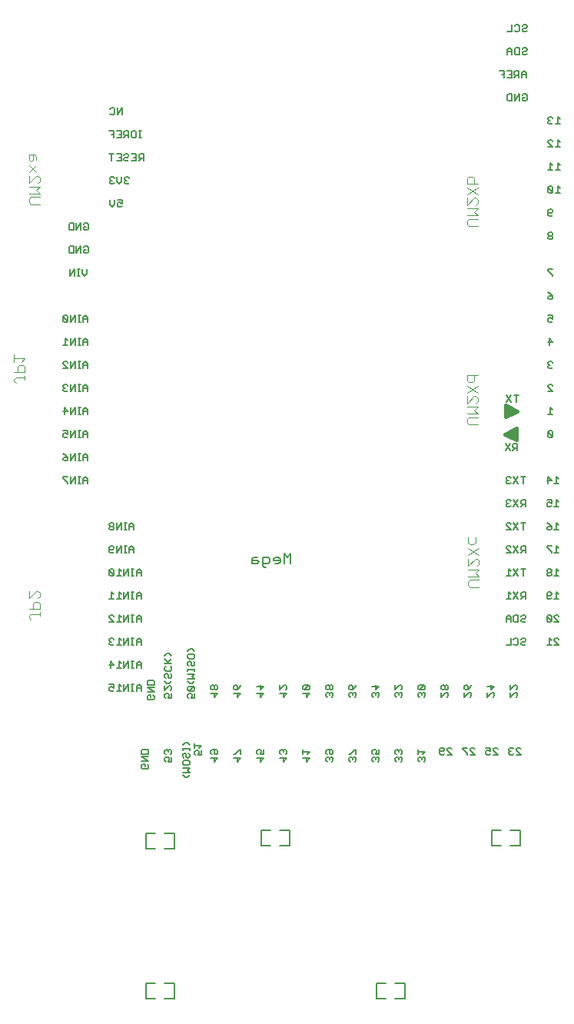
<source format=gbo>
G75*
%MOIN*%
%OFA0B0*%
%FSLAX25Y25*%
%IPPOS*%
%LPD*%
%AMOC8*
5,1,8,0,0,1.08239X$1,22.5*
%
%ADD10C,0.00600*%
%ADD11C,0.00400*%
%ADD12C,0.00500*%
%ADD13C,0.01600*%
%ADD14C,0.00630*%
D10*
X0147452Y0208300D02*
X0149654Y0208300D01*
X0150388Y0209034D01*
X0149654Y0209768D01*
X0147452Y0209768D01*
X0147452Y0210502D02*
X0147452Y0208300D01*
X0147452Y0210502D02*
X0148186Y0211236D01*
X0149654Y0211236D01*
X0152056Y0211236D02*
X0154258Y0211236D01*
X0154992Y0210502D01*
X0154992Y0209034D01*
X0154258Y0208300D01*
X0152056Y0208300D01*
X0152056Y0207566D02*
X0152056Y0211236D01*
X0152056Y0207566D02*
X0152790Y0206832D01*
X0153524Y0206832D01*
X0157394Y0208300D02*
X0158862Y0208300D01*
X0159596Y0209034D01*
X0159596Y0210502D01*
X0158862Y0211236D01*
X0157394Y0211236D01*
X0156660Y0210502D01*
X0156660Y0209768D01*
X0159596Y0209768D01*
X0161264Y0208300D02*
X0161264Y0212704D01*
X0162732Y0211236D01*
X0164200Y0212704D01*
X0164200Y0208300D01*
D11*
X0241200Y0207408D02*
X0244269Y0210477D01*
X0245037Y0210477D01*
X0245804Y0209710D01*
X0245804Y0208175D01*
X0245037Y0207408D01*
X0245804Y0205873D02*
X0241200Y0205873D01*
X0241200Y0207408D02*
X0241200Y0210477D01*
X0241200Y0212012D02*
X0245804Y0215081D01*
X0244269Y0217383D02*
X0243502Y0216616D01*
X0241967Y0216616D01*
X0241200Y0217383D01*
X0241200Y0219685D01*
X0244269Y0219685D02*
X0244269Y0217383D01*
X0241200Y0215081D02*
X0245804Y0212012D01*
X0245804Y0205873D02*
X0244269Y0204339D01*
X0245804Y0202804D01*
X0241200Y0202804D01*
X0241967Y0201269D02*
X0245804Y0201269D01*
X0245804Y0198200D02*
X0241967Y0198200D01*
X0241200Y0198967D01*
X0241200Y0200502D01*
X0241967Y0201269D01*
X0241467Y0268700D02*
X0240700Y0269467D01*
X0240700Y0271002D01*
X0241467Y0271769D01*
X0245304Y0271769D01*
X0245304Y0273304D02*
X0243769Y0274839D01*
X0245304Y0276373D01*
X0240700Y0276373D01*
X0240700Y0277908D02*
X0243769Y0280977D01*
X0244537Y0280977D01*
X0245304Y0280210D01*
X0245304Y0278675D01*
X0244537Y0277908D01*
X0240700Y0277908D02*
X0240700Y0280977D01*
X0240700Y0282512D02*
X0245304Y0285581D01*
X0243769Y0287883D02*
X0243769Y0290185D01*
X0245304Y0290185D02*
X0240700Y0290185D01*
X0240700Y0287883D01*
X0241467Y0287116D01*
X0243002Y0287116D01*
X0243769Y0287883D01*
X0240700Y0285581D02*
X0245304Y0282512D01*
X0245304Y0273304D02*
X0240700Y0273304D01*
X0241467Y0268700D02*
X0245304Y0268700D01*
X0245304Y0354700D02*
X0241467Y0354700D01*
X0240700Y0355467D01*
X0240700Y0357002D01*
X0241467Y0357769D01*
X0245304Y0357769D01*
X0245304Y0359304D02*
X0243769Y0360839D01*
X0245304Y0362373D01*
X0240700Y0362373D01*
X0240700Y0363908D02*
X0243769Y0366977D01*
X0244537Y0366977D01*
X0245304Y0366210D01*
X0245304Y0364675D01*
X0244537Y0363908D01*
X0240700Y0363908D02*
X0240700Y0366977D01*
X0240700Y0368512D02*
X0245304Y0371581D01*
X0245304Y0373116D02*
X0240700Y0373116D01*
X0240700Y0375418D01*
X0241467Y0376185D01*
X0243002Y0376185D01*
X0243769Y0375418D01*
X0243769Y0373116D01*
X0240700Y0371581D02*
X0245304Y0368512D01*
X0245304Y0359304D02*
X0240700Y0359304D01*
X0055304Y0364200D02*
X0051467Y0364200D01*
X0050700Y0364967D01*
X0050700Y0366502D01*
X0051467Y0367269D01*
X0055304Y0367269D01*
X0055304Y0368804D02*
X0053769Y0370339D01*
X0055304Y0371873D01*
X0050700Y0371873D01*
X0050700Y0373408D02*
X0053769Y0376477D01*
X0054537Y0376477D01*
X0055304Y0375710D01*
X0055304Y0374175D01*
X0054537Y0373408D01*
X0050700Y0373408D02*
X0050700Y0376477D01*
X0050700Y0378012D02*
X0053769Y0381081D01*
X0053769Y0383383D02*
X0053769Y0384918D01*
X0053002Y0385685D01*
X0050700Y0385685D01*
X0050700Y0383383D01*
X0051467Y0382616D01*
X0052235Y0383383D01*
X0052235Y0385685D01*
X0050700Y0381081D02*
X0053769Y0378012D01*
X0055304Y0368804D02*
X0050700Y0368804D01*
X0044200Y0298977D02*
X0044200Y0295908D01*
X0044200Y0297442D02*
X0048804Y0297442D01*
X0047269Y0295908D01*
X0046502Y0294373D02*
X0045735Y0293606D01*
X0045735Y0291304D01*
X0044200Y0291304D02*
X0048804Y0291304D01*
X0048804Y0293606D01*
X0048037Y0294373D01*
X0046502Y0294373D01*
X0048804Y0289769D02*
X0048804Y0288235D01*
X0048804Y0289002D02*
X0044967Y0289002D01*
X0044200Y0288235D01*
X0044200Y0287467D01*
X0044967Y0286700D01*
X0050700Y0196477D02*
X0050700Y0193408D01*
X0053769Y0196477D01*
X0054537Y0196477D01*
X0055304Y0195710D01*
X0055304Y0194175D01*
X0054537Y0193408D01*
X0054537Y0191873D02*
X0053002Y0191873D01*
X0052235Y0191106D01*
X0052235Y0188804D01*
X0050700Y0188804D02*
X0055304Y0188804D01*
X0055304Y0191106D01*
X0054537Y0191873D01*
X0055304Y0187269D02*
X0055304Y0185735D01*
X0055304Y0186502D02*
X0051467Y0186502D01*
X0050700Y0185735D01*
X0050700Y0184967D01*
X0051467Y0184200D01*
D12*
X0085451Y0185002D02*
X0087453Y0183000D01*
X0085451Y0183000D01*
X0085451Y0185002D02*
X0085451Y0185502D01*
X0085952Y0186003D01*
X0086953Y0186003D01*
X0087453Y0185502D01*
X0089675Y0186003D02*
X0089675Y0183000D01*
X0090676Y0183000D02*
X0088674Y0183000D01*
X0090676Y0185002D02*
X0089675Y0186003D01*
X0091897Y0186003D02*
X0091897Y0183000D01*
X0093899Y0186003D01*
X0093899Y0183000D01*
X0095046Y0183000D02*
X0096047Y0183000D01*
X0095547Y0183000D02*
X0095547Y0186003D01*
X0096047Y0186003D02*
X0095046Y0186003D01*
X0097268Y0185002D02*
X0097268Y0183000D01*
X0097268Y0184501D02*
X0099270Y0184501D01*
X0099270Y0185002D02*
X0099270Y0183000D01*
X0099270Y0185002D02*
X0098269Y0186003D01*
X0097268Y0185002D01*
X0097268Y0193000D02*
X0097268Y0195002D01*
X0098269Y0196003D01*
X0099270Y0195002D01*
X0099270Y0193000D01*
X0099270Y0194501D02*
X0097268Y0194501D01*
X0096047Y0193000D02*
X0095046Y0193000D01*
X0095547Y0193000D02*
X0095547Y0196003D01*
X0096047Y0196003D02*
X0095046Y0196003D01*
X0093899Y0196003D02*
X0091897Y0193000D01*
X0091897Y0196003D01*
X0090676Y0195002D02*
X0089675Y0196003D01*
X0089675Y0193000D01*
X0090676Y0193000D02*
X0088674Y0193000D01*
X0087453Y0193000D02*
X0085451Y0193000D01*
X0086452Y0193000D02*
X0086452Y0196003D01*
X0087453Y0195002D01*
X0093899Y0196003D02*
X0093899Y0193000D01*
X0093899Y0203000D02*
X0093899Y0206003D01*
X0091897Y0203000D01*
X0091897Y0206003D01*
X0090676Y0205002D02*
X0089675Y0206003D01*
X0089675Y0203000D01*
X0090676Y0203000D02*
X0088674Y0203000D01*
X0087453Y0203500D02*
X0086953Y0203000D01*
X0085952Y0203000D01*
X0085451Y0203500D01*
X0085451Y0205502D01*
X0087453Y0203500D01*
X0087453Y0205502D01*
X0086953Y0206003D01*
X0085952Y0206003D01*
X0085451Y0205502D01*
X0086063Y0213000D02*
X0085563Y0213500D01*
X0085563Y0215502D01*
X0086063Y0216003D01*
X0087064Y0216003D01*
X0087564Y0215502D01*
X0087564Y0215002D01*
X0087064Y0214501D01*
X0085563Y0214501D01*
X0086063Y0213000D02*
X0087064Y0213000D01*
X0087564Y0213500D01*
X0088785Y0213000D02*
X0088785Y0216003D01*
X0090787Y0216003D02*
X0088785Y0213000D01*
X0090787Y0213000D02*
X0090787Y0216003D01*
X0091935Y0216003D02*
X0092936Y0216003D01*
X0092435Y0216003D02*
X0092435Y0213000D01*
X0091935Y0213000D02*
X0092936Y0213000D01*
X0094157Y0213000D02*
X0094157Y0215002D01*
X0095158Y0216003D01*
X0096158Y0215002D01*
X0096158Y0213000D01*
X0096158Y0214501D02*
X0094157Y0214501D01*
X0095046Y0206003D02*
X0096047Y0206003D01*
X0095547Y0206003D02*
X0095547Y0203000D01*
X0096047Y0203000D02*
X0095046Y0203000D01*
X0097268Y0203000D02*
X0097268Y0205002D01*
X0098269Y0206003D01*
X0099270Y0205002D01*
X0099270Y0203000D01*
X0099270Y0204501D02*
X0097268Y0204501D01*
X0096158Y0223000D02*
X0096158Y0225002D01*
X0095158Y0226003D01*
X0094157Y0225002D01*
X0094157Y0223000D01*
X0092936Y0223000D02*
X0091935Y0223000D01*
X0092435Y0223000D02*
X0092435Y0226003D01*
X0091935Y0226003D02*
X0092936Y0226003D01*
X0094157Y0224501D02*
X0096158Y0224501D01*
X0090787Y0223000D02*
X0090787Y0226003D01*
X0088785Y0223000D01*
X0088785Y0226003D01*
X0087564Y0225502D02*
X0087564Y0225002D01*
X0087064Y0224501D01*
X0086063Y0224501D01*
X0085563Y0224001D01*
X0085563Y0223500D01*
X0086063Y0223000D01*
X0087064Y0223000D01*
X0087564Y0223500D01*
X0087564Y0224001D01*
X0087064Y0224501D01*
X0086063Y0224501D02*
X0085563Y0225002D01*
X0085563Y0225502D01*
X0086063Y0226003D01*
X0087064Y0226003D01*
X0087564Y0225502D01*
X0076158Y0243000D02*
X0076158Y0245002D01*
X0075158Y0246003D01*
X0074157Y0245002D01*
X0074157Y0243000D01*
X0072936Y0243000D02*
X0071935Y0243000D01*
X0072435Y0243000D02*
X0072435Y0246003D01*
X0071935Y0246003D02*
X0072936Y0246003D01*
X0074157Y0244501D02*
X0076158Y0244501D01*
X0070787Y0243000D02*
X0070787Y0246003D01*
X0068785Y0243000D01*
X0068785Y0246003D01*
X0067564Y0246003D02*
X0065563Y0246003D01*
X0065563Y0245502D01*
X0067564Y0243500D01*
X0067564Y0243000D01*
X0067064Y0253000D02*
X0066063Y0253000D01*
X0065563Y0253500D01*
X0065563Y0254001D01*
X0066063Y0254501D01*
X0067564Y0254501D01*
X0067564Y0253500D01*
X0067064Y0253000D01*
X0067564Y0254501D02*
X0066564Y0255502D01*
X0065563Y0256003D01*
X0068785Y0256003D02*
X0068785Y0253000D01*
X0070787Y0256003D01*
X0070787Y0253000D01*
X0071935Y0253000D02*
X0072936Y0253000D01*
X0072435Y0253000D02*
X0072435Y0256003D01*
X0071935Y0256003D02*
X0072936Y0256003D01*
X0074157Y0255002D02*
X0074157Y0253000D01*
X0074157Y0254501D02*
X0076158Y0254501D01*
X0076158Y0255002D02*
X0075158Y0256003D01*
X0074157Y0255002D01*
X0076158Y0255002D02*
X0076158Y0253000D01*
X0076158Y0263000D02*
X0076158Y0265002D01*
X0075158Y0266003D01*
X0074157Y0265002D01*
X0074157Y0263000D01*
X0072936Y0263000D02*
X0071935Y0263000D01*
X0072435Y0263000D02*
X0072435Y0266003D01*
X0071935Y0266003D02*
X0072936Y0266003D01*
X0074157Y0264501D02*
X0076158Y0264501D01*
X0070787Y0263000D02*
X0070787Y0266003D01*
X0068785Y0263000D01*
X0068785Y0266003D01*
X0067564Y0266003D02*
X0067564Y0264501D01*
X0066564Y0265002D01*
X0066063Y0265002D01*
X0065563Y0264501D01*
X0065563Y0263500D01*
X0066063Y0263000D01*
X0067064Y0263000D01*
X0067564Y0263500D01*
X0067564Y0266003D02*
X0065563Y0266003D01*
X0066063Y0273000D02*
X0066063Y0276003D01*
X0067564Y0274501D01*
X0065563Y0274501D01*
X0068785Y0273000D02*
X0068785Y0276003D01*
X0070787Y0276003D02*
X0068785Y0273000D01*
X0070787Y0273000D02*
X0070787Y0276003D01*
X0071935Y0276003D02*
X0072936Y0276003D01*
X0072435Y0276003D02*
X0072435Y0273000D01*
X0071935Y0273000D02*
X0072936Y0273000D01*
X0074157Y0273000D02*
X0074157Y0275002D01*
X0075158Y0276003D01*
X0076158Y0275002D01*
X0076158Y0273000D01*
X0076158Y0274501D02*
X0074157Y0274501D01*
X0074157Y0283000D02*
X0074157Y0285002D01*
X0075158Y0286003D01*
X0076158Y0285002D01*
X0076158Y0283000D01*
X0076158Y0284501D02*
X0074157Y0284501D01*
X0072936Y0283000D02*
X0071935Y0283000D01*
X0072435Y0283000D02*
X0072435Y0286003D01*
X0071935Y0286003D02*
X0072936Y0286003D01*
X0070787Y0286003D02*
X0068785Y0283000D01*
X0068785Y0286003D01*
X0067564Y0285502D02*
X0067064Y0286003D01*
X0066063Y0286003D01*
X0065563Y0285502D01*
X0065563Y0285002D01*
X0066063Y0284501D01*
X0065563Y0284001D01*
X0065563Y0283500D01*
X0066063Y0283000D01*
X0067064Y0283000D01*
X0067564Y0283500D01*
X0066564Y0284501D02*
X0066063Y0284501D01*
X0070787Y0283000D02*
X0070787Y0286003D01*
X0070787Y0293000D02*
X0070787Y0296003D01*
X0068785Y0293000D01*
X0068785Y0296003D01*
X0067564Y0295502D02*
X0067064Y0296003D01*
X0066063Y0296003D01*
X0065563Y0295502D01*
X0065563Y0295002D01*
X0067564Y0293000D01*
X0065563Y0293000D01*
X0071935Y0293000D02*
X0072936Y0293000D01*
X0072435Y0293000D02*
X0072435Y0296003D01*
X0071935Y0296003D02*
X0072936Y0296003D01*
X0074157Y0295002D02*
X0074157Y0293000D01*
X0074157Y0294501D02*
X0076158Y0294501D01*
X0076158Y0295002D02*
X0075158Y0296003D01*
X0074157Y0295002D01*
X0076158Y0295002D02*
X0076158Y0293000D01*
X0076158Y0303000D02*
X0076158Y0305002D01*
X0075158Y0306003D01*
X0074157Y0305002D01*
X0074157Y0303000D01*
X0072936Y0303000D02*
X0071935Y0303000D01*
X0072435Y0303000D02*
X0072435Y0306003D01*
X0071935Y0306003D02*
X0072936Y0306003D01*
X0074157Y0304501D02*
X0076158Y0304501D01*
X0070787Y0303000D02*
X0070787Y0306003D01*
X0068785Y0303000D01*
X0068785Y0306003D01*
X0067564Y0305002D02*
X0066564Y0306003D01*
X0066564Y0303000D01*
X0067564Y0303000D02*
X0065563Y0303000D01*
X0066063Y0313000D02*
X0067064Y0313000D01*
X0067564Y0313500D01*
X0065563Y0315502D01*
X0065563Y0313500D01*
X0066063Y0313000D01*
X0067564Y0313500D02*
X0067564Y0315502D01*
X0067064Y0316003D01*
X0066063Y0316003D01*
X0065563Y0315502D01*
X0068785Y0316003D02*
X0068785Y0313000D01*
X0070787Y0316003D01*
X0070787Y0313000D01*
X0071935Y0313000D02*
X0072936Y0313000D01*
X0072435Y0313000D02*
X0072435Y0316003D01*
X0071935Y0316003D02*
X0072936Y0316003D01*
X0074157Y0315002D02*
X0074157Y0313000D01*
X0074157Y0314501D02*
X0076158Y0314501D01*
X0076158Y0315002D02*
X0075158Y0316003D01*
X0074157Y0315002D01*
X0076158Y0315002D02*
X0076158Y0313000D01*
X0074846Y0333000D02*
X0073845Y0334001D01*
X0073845Y0336003D01*
X0072624Y0336003D02*
X0071623Y0336003D01*
X0072124Y0336003D02*
X0072124Y0333000D01*
X0072624Y0333000D02*
X0071623Y0333000D01*
X0070476Y0333000D02*
X0070476Y0336003D01*
X0068474Y0333000D01*
X0068474Y0336003D01*
X0068437Y0343000D02*
X0067937Y0343500D01*
X0067937Y0345502D01*
X0068437Y0346003D01*
X0069939Y0346003D01*
X0069939Y0343000D01*
X0068437Y0343000D01*
X0071160Y0343000D02*
X0071160Y0346003D01*
X0073161Y0346003D02*
X0071160Y0343000D01*
X0073161Y0343000D02*
X0073161Y0346003D01*
X0074382Y0345502D02*
X0074883Y0346003D01*
X0075884Y0346003D01*
X0076384Y0345502D01*
X0076384Y0343500D01*
X0075884Y0343000D01*
X0074883Y0343000D01*
X0074382Y0343500D01*
X0074382Y0344501D01*
X0075383Y0344501D01*
X0075847Y0336003D02*
X0075847Y0334001D01*
X0074846Y0333000D01*
X0074883Y0353000D02*
X0074382Y0353500D01*
X0074382Y0354501D01*
X0075383Y0354501D01*
X0076384Y0353500D02*
X0075884Y0353000D01*
X0074883Y0353000D01*
X0076384Y0353500D02*
X0076384Y0355502D01*
X0075884Y0356003D01*
X0074883Y0356003D01*
X0074382Y0355502D01*
X0073161Y0356003D02*
X0071160Y0353000D01*
X0071160Y0356003D01*
X0069939Y0356003D02*
X0068437Y0356003D01*
X0067937Y0355502D01*
X0067937Y0353500D01*
X0068437Y0353000D01*
X0069939Y0353000D01*
X0069939Y0356003D01*
X0073161Y0356003D02*
X0073161Y0353000D01*
X0085748Y0364001D02*
X0086749Y0363000D01*
X0087750Y0364001D01*
X0087750Y0366003D01*
X0088971Y0366003D02*
X0090973Y0366003D01*
X0090973Y0364501D01*
X0089972Y0365002D01*
X0089471Y0365002D01*
X0088971Y0364501D01*
X0088971Y0363500D01*
X0089471Y0363000D01*
X0090472Y0363000D01*
X0090973Y0363500D01*
X0085748Y0364001D02*
X0085748Y0366003D01*
X0086137Y0373000D02*
X0087138Y0373000D01*
X0087639Y0373500D01*
X0088860Y0374001D02*
X0088860Y0376003D01*
X0087639Y0375502D02*
X0087138Y0376003D01*
X0086137Y0376003D01*
X0085637Y0375502D01*
X0085637Y0375002D01*
X0086137Y0374501D01*
X0085637Y0374001D01*
X0085637Y0373500D01*
X0086137Y0373000D01*
X0086137Y0374501D02*
X0086638Y0374501D01*
X0088860Y0374001D02*
X0089861Y0373000D01*
X0090861Y0374001D01*
X0090861Y0376003D01*
X0092082Y0375502D02*
X0092082Y0375002D01*
X0092583Y0374501D01*
X0092082Y0374001D01*
X0092082Y0373500D01*
X0092583Y0373000D01*
X0093584Y0373000D01*
X0094084Y0373500D01*
X0093083Y0374501D02*
X0092583Y0374501D01*
X0092082Y0375502D02*
X0092583Y0376003D01*
X0093584Y0376003D01*
X0094084Y0375502D01*
X0093361Y0383000D02*
X0093861Y0383500D01*
X0093361Y0383000D02*
X0092360Y0383000D01*
X0091860Y0383500D01*
X0091860Y0384001D01*
X0092360Y0384501D01*
X0093361Y0384501D01*
X0093861Y0385002D01*
X0093861Y0385502D01*
X0093361Y0386003D01*
X0092360Y0386003D01*
X0091860Y0385502D01*
X0090639Y0386003D02*
X0090639Y0383000D01*
X0088637Y0383000D01*
X0089638Y0384501D02*
X0090639Y0384501D01*
X0090639Y0386003D02*
X0088637Y0386003D01*
X0087416Y0386003D02*
X0085414Y0386003D01*
X0086415Y0386003D02*
X0086415Y0383000D01*
X0095082Y0383000D02*
X0097084Y0383000D01*
X0097084Y0386003D01*
X0095082Y0386003D01*
X0096083Y0384501D02*
X0097084Y0384501D01*
X0098305Y0384501D02*
X0098806Y0384001D01*
X0100307Y0384001D01*
X0099306Y0384001D02*
X0098305Y0383000D01*
X0098305Y0384501D02*
X0098305Y0385502D01*
X0098806Y0386003D01*
X0100307Y0386003D01*
X0100307Y0383000D01*
X0099270Y0393000D02*
X0098269Y0393000D01*
X0098769Y0393000D02*
X0098769Y0396003D01*
X0098269Y0396003D02*
X0099270Y0396003D01*
X0097121Y0395502D02*
X0097121Y0393500D01*
X0096621Y0393000D01*
X0095620Y0393000D01*
X0095120Y0393500D01*
X0095120Y0395502D01*
X0095620Y0396003D01*
X0096621Y0396003D01*
X0097121Y0395502D01*
X0093899Y0396003D02*
X0093899Y0393000D01*
X0093899Y0394001D02*
X0092397Y0394001D01*
X0091897Y0394501D01*
X0091897Y0395502D01*
X0092397Y0396003D01*
X0093899Y0396003D01*
X0092898Y0394001D02*
X0091897Y0393000D01*
X0090676Y0393000D02*
X0088674Y0393000D01*
X0087453Y0393000D02*
X0087453Y0396003D01*
X0085451Y0396003D01*
X0086452Y0394501D02*
X0087453Y0394501D01*
X0088674Y0396003D02*
X0090676Y0396003D01*
X0090676Y0393000D01*
X0090676Y0394501D02*
X0089675Y0394501D01*
X0088971Y0403000D02*
X0088971Y0406003D01*
X0087750Y0405502D02*
X0087750Y0403500D01*
X0087250Y0403000D01*
X0086249Y0403000D01*
X0085748Y0403500D01*
X0085748Y0405502D02*
X0086249Y0406003D01*
X0087250Y0406003D01*
X0087750Y0405502D01*
X0088971Y0403000D02*
X0090973Y0406003D01*
X0090973Y0403000D01*
X0254726Y0422003D02*
X0256727Y0422003D01*
X0256727Y0419000D01*
X0257948Y0419000D02*
X0259950Y0419000D01*
X0259950Y0422003D01*
X0257948Y0422003D01*
X0258949Y0420501D02*
X0259950Y0420501D01*
X0261171Y0420501D02*
X0261671Y0420001D01*
X0263173Y0420001D01*
X0263173Y0419000D02*
X0263173Y0422003D01*
X0261671Y0422003D01*
X0261171Y0421502D01*
X0261171Y0420501D01*
X0262172Y0420001D02*
X0261171Y0419000D01*
X0264394Y0419000D02*
X0264394Y0421002D01*
X0265395Y0422003D01*
X0266395Y0421002D01*
X0266395Y0419000D01*
X0266395Y0420501D02*
X0264394Y0420501D01*
X0256727Y0420501D02*
X0255726Y0420501D01*
X0258137Y0429000D02*
X0258137Y0431002D01*
X0259138Y0432003D01*
X0260139Y0431002D01*
X0260139Y0429000D01*
X0261360Y0429500D02*
X0261360Y0431502D01*
X0261860Y0432003D01*
X0263361Y0432003D01*
X0263361Y0429000D01*
X0261860Y0429000D01*
X0261360Y0429500D01*
X0260139Y0430501D02*
X0258137Y0430501D01*
X0264582Y0430001D02*
X0264582Y0429500D01*
X0265083Y0429000D01*
X0266084Y0429000D01*
X0266584Y0429500D01*
X0266084Y0430501D02*
X0265083Y0430501D01*
X0264582Y0430001D01*
X0264582Y0431502D02*
X0265083Y0432003D01*
X0266084Y0432003D01*
X0266584Y0431502D01*
X0266584Y0431002D01*
X0266084Y0430501D01*
X0266084Y0439000D02*
X0265083Y0439000D01*
X0264582Y0439500D01*
X0264582Y0440001D01*
X0265083Y0440501D01*
X0266084Y0440501D01*
X0266584Y0441002D01*
X0266584Y0441502D01*
X0266084Y0442003D01*
X0265083Y0442003D01*
X0264582Y0441502D01*
X0263361Y0441502D02*
X0263361Y0439500D01*
X0262861Y0439000D01*
X0261860Y0439000D01*
X0261360Y0439500D01*
X0260139Y0439000D02*
X0258137Y0439000D01*
X0260139Y0439000D02*
X0260139Y0442003D01*
X0261360Y0441502D02*
X0261860Y0442003D01*
X0262861Y0442003D01*
X0263361Y0441502D01*
X0266084Y0439000D02*
X0266584Y0439500D01*
X0266084Y0412003D02*
X0265083Y0412003D01*
X0264582Y0411502D01*
X0264582Y0410501D02*
X0265583Y0410501D01*
X0264582Y0410501D02*
X0264582Y0409500D01*
X0265083Y0409000D01*
X0266084Y0409000D01*
X0266584Y0409500D01*
X0266584Y0411502D01*
X0266084Y0412003D01*
X0263361Y0412003D02*
X0261360Y0409000D01*
X0261360Y0412003D01*
X0260139Y0412003D02*
X0258637Y0412003D01*
X0258137Y0411502D01*
X0258137Y0409500D01*
X0258637Y0409000D01*
X0260139Y0409000D01*
X0260139Y0412003D01*
X0263361Y0412003D02*
X0263361Y0409000D01*
X0275748Y0401502D02*
X0275748Y0401002D01*
X0276249Y0400501D01*
X0275748Y0400001D01*
X0275748Y0399500D01*
X0276249Y0399000D01*
X0277250Y0399000D01*
X0277750Y0399500D01*
X0278971Y0399000D02*
X0280973Y0399000D01*
X0279972Y0399000D02*
X0279972Y0402003D01*
X0280973Y0401002D01*
X0277750Y0401502D02*
X0277250Y0402003D01*
X0276249Y0402003D01*
X0275748Y0401502D01*
X0276249Y0400501D02*
X0276749Y0400501D01*
X0276249Y0392003D02*
X0277250Y0392003D01*
X0277750Y0391502D01*
X0276249Y0392003D02*
X0275748Y0391502D01*
X0275748Y0391002D01*
X0277750Y0389000D01*
X0275748Y0389000D01*
X0278971Y0389000D02*
X0280973Y0389000D01*
X0279972Y0389000D02*
X0279972Y0392003D01*
X0280973Y0391002D01*
X0279972Y0382003D02*
X0279972Y0379000D01*
X0280973Y0379000D02*
X0278971Y0379000D01*
X0277750Y0379000D02*
X0275748Y0379000D01*
X0276749Y0379000D02*
X0276749Y0382003D01*
X0277750Y0381002D01*
X0279972Y0382003D02*
X0280973Y0381002D01*
X0279972Y0372003D02*
X0279972Y0369000D01*
X0280973Y0369000D02*
X0278971Y0369000D01*
X0277750Y0369500D02*
X0277250Y0369000D01*
X0276249Y0369000D01*
X0275748Y0369500D01*
X0275748Y0371502D01*
X0277750Y0369500D01*
X0277750Y0371502D01*
X0277250Y0372003D01*
X0276249Y0372003D01*
X0275748Y0371502D01*
X0279972Y0372003D02*
X0280973Y0371002D01*
X0277361Y0362003D02*
X0276360Y0362003D01*
X0275860Y0361502D01*
X0275860Y0359500D01*
X0276360Y0359000D01*
X0277361Y0359000D01*
X0277861Y0359500D01*
X0277361Y0360501D02*
X0275860Y0360501D01*
X0277361Y0360501D02*
X0277861Y0361002D01*
X0277861Y0361502D01*
X0277361Y0362003D01*
X0277361Y0352003D02*
X0276360Y0352003D01*
X0275860Y0351502D01*
X0275860Y0351002D01*
X0276360Y0350501D01*
X0277361Y0350501D01*
X0277861Y0351002D01*
X0277861Y0351502D01*
X0277361Y0352003D01*
X0277361Y0350501D02*
X0277861Y0350001D01*
X0277861Y0349500D01*
X0277361Y0349000D01*
X0276360Y0349000D01*
X0275860Y0349500D01*
X0275860Y0350001D01*
X0276360Y0350501D01*
X0275860Y0336003D02*
X0275860Y0335502D01*
X0277861Y0333500D01*
X0277861Y0333000D01*
X0277861Y0336003D02*
X0275860Y0336003D01*
X0275860Y0326003D02*
X0276861Y0325502D01*
X0277861Y0324501D01*
X0276360Y0324501D01*
X0275860Y0324001D01*
X0275860Y0323500D01*
X0276360Y0323000D01*
X0277361Y0323000D01*
X0277861Y0323500D01*
X0277861Y0324501D01*
X0277861Y0316003D02*
X0275860Y0316003D01*
X0276360Y0315002D02*
X0275860Y0314501D01*
X0275860Y0313500D01*
X0276360Y0313000D01*
X0277361Y0313000D01*
X0277861Y0313500D01*
X0277861Y0314501D02*
X0276861Y0315002D01*
X0276360Y0315002D01*
X0277861Y0314501D02*
X0277861Y0316003D01*
X0276360Y0306003D02*
X0277861Y0304501D01*
X0275860Y0304501D01*
X0276360Y0303000D02*
X0276360Y0306003D01*
X0276360Y0296003D02*
X0275860Y0295502D01*
X0275860Y0295002D01*
X0276360Y0294501D01*
X0275860Y0294001D01*
X0275860Y0293500D01*
X0276360Y0293000D01*
X0277361Y0293000D01*
X0277861Y0293500D01*
X0276861Y0294501D02*
X0276360Y0294501D01*
X0276360Y0296003D02*
X0277361Y0296003D01*
X0277861Y0295502D01*
X0277361Y0286003D02*
X0276360Y0286003D01*
X0275860Y0285502D01*
X0275860Y0285002D01*
X0277861Y0283000D01*
X0275860Y0283000D01*
X0277861Y0285502D02*
X0277361Y0286003D01*
X0276861Y0276003D02*
X0276861Y0273000D01*
X0277861Y0273000D02*
X0275860Y0273000D01*
X0277861Y0275002D02*
X0276861Y0276003D01*
X0277361Y0266003D02*
X0276360Y0266003D01*
X0275860Y0265502D01*
X0277861Y0263500D01*
X0277361Y0263000D01*
X0276360Y0263000D01*
X0275860Y0263500D01*
X0275860Y0265502D01*
X0277361Y0266003D02*
X0277861Y0265502D01*
X0277861Y0263500D01*
X0262473Y0260503D02*
X0262473Y0257500D01*
X0262473Y0258501D02*
X0260971Y0258501D01*
X0260471Y0259001D01*
X0260471Y0260002D01*
X0260971Y0260503D01*
X0262473Y0260503D01*
X0261472Y0258501D02*
X0260471Y0257500D01*
X0259250Y0257500D02*
X0257248Y0260503D01*
X0259250Y0260503D02*
X0257248Y0257500D01*
X0258137Y0246003D02*
X0257637Y0245502D01*
X0257637Y0245002D01*
X0258137Y0244501D01*
X0257637Y0244001D01*
X0257637Y0243500D01*
X0258137Y0243000D01*
X0259138Y0243000D01*
X0259639Y0243500D01*
X0260860Y0243000D02*
X0262861Y0246003D01*
X0264082Y0246003D02*
X0266084Y0246003D01*
X0265083Y0246003D02*
X0265083Y0243000D01*
X0262861Y0243000D02*
X0260860Y0246003D01*
X0259639Y0245502D02*
X0259138Y0246003D01*
X0258137Y0246003D01*
X0258137Y0244501D02*
X0258638Y0244501D01*
X0259138Y0236003D02*
X0258137Y0236003D01*
X0257637Y0235502D01*
X0257637Y0235002D01*
X0258137Y0234501D01*
X0257637Y0234001D01*
X0257637Y0233500D01*
X0258137Y0233000D01*
X0259138Y0233000D01*
X0259639Y0233500D01*
X0260860Y0233000D02*
X0262861Y0236003D01*
X0264082Y0235502D02*
X0264082Y0234501D01*
X0264583Y0234001D01*
X0266084Y0234001D01*
X0265083Y0234001D02*
X0264082Y0233000D01*
X0262861Y0233000D02*
X0260860Y0236003D01*
X0259639Y0235502D02*
X0259138Y0236003D01*
X0258638Y0234501D02*
X0258137Y0234501D01*
X0264082Y0235502D02*
X0264583Y0236003D01*
X0266084Y0236003D01*
X0266084Y0233000D01*
X0266084Y0226003D02*
X0264082Y0226003D01*
X0265083Y0226003D02*
X0265083Y0223000D01*
X0262861Y0223000D02*
X0260860Y0226003D01*
X0259639Y0225502D02*
X0259138Y0226003D01*
X0258137Y0226003D01*
X0257637Y0225502D01*
X0257637Y0225002D01*
X0259639Y0223000D01*
X0257637Y0223000D01*
X0260860Y0223000D02*
X0262861Y0226003D01*
X0262861Y0216003D02*
X0260860Y0213000D01*
X0259639Y0213000D02*
X0257637Y0215002D01*
X0257637Y0215502D01*
X0258137Y0216003D01*
X0259138Y0216003D01*
X0259639Y0215502D01*
X0260860Y0216003D02*
X0262861Y0213000D01*
X0264082Y0213000D02*
X0265083Y0214001D01*
X0264583Y0214001D02*
X0266084Y0214001D01*
X0266084Y0213000D02*
X0266084Y0216003D01*
X0264583Y0216003D01*
X0264082Y0215502D01*
X0264082Y0214501D01*
X0264583Y0214001D01*
X0259639Y0213000D02*
X0257637Y0213000D01*
X0258638Y0206003D02*
X0258638Y0203000D01*
X0259639Y0203000D02*
X0257637Y0203000D01*
X0259639Y0205002D02*
X0258638Y0206003D01*
X0260860Y0206003D02*
X0262861Y0203000D01*
X0260860Y0203000D02*
X0262861Y0206003D01*
X0264082Y0206003D02*
X0266084Y0206003D01*
X0265083Y0206003D02*
X0265083Y0203000D01*
X0264583Y0196003D02*
X0264082Y0195502D01*
X0264082Y0194501D01*
X0264583Y0194001D01*
X0266084Y0194001D01*
X0265083Y0194001D02*
X0264082Y0193000D01*
X0262861Y0193000D02*
X0260860Y0196003D01*
X0259639Y0195002D02*
X0258638Y0196003D01*
X0258638Y0193000D01*
X0259639Y0193000D02*
X0257637Y0193000D01*
X0260860Y0193000D02*
X0262861Y0196003D01*
X0264583Y0196003D02*
X0266084Y0196003D01*
X0266084Y0193000D01*
X0265584Y0186003D02*
X0264583Y0186003D01*
X0264082Y0185502D01*
X0264583Y0184501D02*
X0264082Y0184001D01*
X0264082Y0183500D01*
X0264583Y0183000D01*
X0265584Y0183000D01*
X0266084Y0183500D01*
X0265584Y0184501D02*
X0264583Y0184501D01*
X0265584Y0184501D02*
X0266084Y0185002D01*
X0266084Y0185502D01*
X0265584Y0186003D01*
X0262861Y0186003D02*
X0262861Y0183000D01*
X0261360Y0183000D01*
X0260860Y0183500D01*
X0260860Y0185502D01*
X0261360Y0186003D01*
X0262861Y0186003D01*
X0259639Y0185002D02*
X0258638Y0186003D01*
X0257637Y0185002D01*
X0257637Y0183000D01*
X0257637Y0184501D02*
X0259639Y0184501D01*
X0259639Y0185002D02*
X0259639Y0183000D01*
X0259639Y0176003D02*
X0259639Y0173000D01*
X0257637Y0173000D01*
X0260860Y0173500D02*
X0261360Y0173000D01*
X0262361Y0173000D01*
X0262861Y0173500D01*
X0262861Y0175502D01*
X0262361Y0176003D01*
X0261360Y0176003D01*
X0260860Y0175502D01*
X0264082Y0175502D02*
X0264583Y0176003D01*
X0265584Y0176003D01*
X0266084Y0175502D01*
X0266084Y0175002D01*
X0265584Y0174501D01*
X0264583Y0174501D01*
X0264082Y0174001D01*
X0264082Y0173500D01*
X0264583Y0173000D01*
X0265584Y0173000D01*
X0266084Y0173500D01*
X0275248Y0173000D02*
X0277250Y0173000D01*
X0276249Y0173000D02*
X0276249Y0176003D01*
X0277250Y0175002D01*
X0278471Y0175002D02*
X0278471Y0175502D01*
X0278971Y0176003D01*
X0279972Y0176003D01*
X0280473Y0175502D01*
X0278471Y0175002D02*
X0280473Y0173000D01*
X0278471Y0173000D01*
X0278471Y0183000D02*
X0280473Y0183000D01*
X0278471Y0185002D01*
X0278471Y0185502D01*
X0278971Y0186003D01*
X0279972Y0186003D01*
X0280473Y0185502D01*
X0277250Y0185502D02*
X0276750Y0186003D01*
X0275749Y0186003D01*
X0275248Y0185502D01*
X0277250Y0183500D01*
X0276750Y0183000D01*
X0275749Y0183000D01*
X0275248Y0183500D01*
X0275248Y0185502D01*
X0277250Y0185502D02*
X0277250Y0183500D01*
X0276750Y0193000D02*
X0275749Y0193000D01*
X0275248Y0193500D01*
X0275248Y0195502D01*
X0275749Y0196003D01*
X0276750Y0196003D01*
X0277250Y0195502D01*
X0277250Y0195002D01*
X0276750Y0194501D01*
X0275248Y0194501D01*
X0276750Y0193000D02*
X0277250Y0193500D01*
X0278471Y0193000D02*
X0280473Y0193000D01*
X0279472Y0193000D02*
X0279472Y0196003D01*
X0280473Y0195002D01*
X0280473Y0203000D02*
X0278471Y0203000D01*
X0279472Y0203000D02*
X0279472Y0206003D01*
X0280473Y0205002D01*
X0277250Y0205002D02*
X0277250Y0205502D01*
X0276750Y0206003D01*
X0275749Y0206003D01*
X0275248Y0205502D01*
X0275248Y0205002D01*
X0275749Y0204501D01*
X0276750Y0204501D01*
X0277250Y0205002D01*
X0276750Y0204501D02*
X0277250Y0204001D01*
X0277250Y0203500D01*
X0276750Y0203000D01*
X0275749Y0203000D01*
X0275248Y0203500D01*
X0275248Y0204001D01*
X0275749Y0204501D01*
X0277250Y0213000D02*
X0277250Y0213500D01*
X0275248Y0215502D01*
X0275248Y0216003D01*
X0277250Y0216003D01*
X0279472Y0216003D02*
X0279472Y0213000D01*
X0280473Y0213000D02*
X0278471Y0213000D01*
X0280473Y0215002D02*
X0279472Y0216003D01*
X0279472Y0223000D02*
X0279472Y0226003D01*
X0280473Y0225002D01*
X0280473Y0223000D02*
X0278471Y0223000D01*
X0277250Y0223500D02*
X0276750Y0223000D01*
X0275749Y0223000D01*
X0275248Y0223500D01*
X0275248Y0224001D01*
X0275749Y0224501D01*
X0277250Y0224501D01*
X0277250Y0223500D01*
X0277250Y0224501D02*
X0276249Y0225502D01*
X0275248Y0226003D01*
X0275749Y0233000D02*
X0276750Y0233000D01*
X0277250Y0233500D01*
X0277250Y0234501D02*
X0276249Y0235002D01*
X0275749Y0235002D01*
X0275248Y0234501D01*
X0275248Y0233500D01*
X0275749Y0233000D01*
X0277250Y0234501D02*
X0277250Y0236003D01*
X0275248Y0236003D01*
X0279472Y0236003D02*
X0279472Y0233000D01*
X0280473Y0233000D02*
X0278471Y0233000D01*
X0280473Y0235002D02*
X0279472Y0236003D01*
X0279472Y0243000D02*
X0279472Y0246003D01*
X0280473Y0245002D01*
X0280473Y0243000D02*
X0278471Y0243000D01*
X0277250Y0244501D02*
X0275248Y0244501D01*
X0275749Y0243000D02*
X0275749Y0246003D01*
X0277250Y0244501D01*
X0261972Y0278500D02*
X0261972Y0281503D01*
X0262973Y0281503D02*
X0260971Y0281503D01*
X0259750Y0281503D02*
X0257748Y0278500D01*
X0259750Y0278500D02*
X0257748Y0281503D01*
X0259500Y0155752D02*
X0259500Y0153750D01*
X0261502Y0155752D01*
X0262002Y0155752D01*
X0262503Y0155251D01*
X0262503Y0154250D01*
X0262002Y0153750D01*
X0262002Y0152529D02*
X0262503Y0152029D01*
X0262503Y0151028D01*
X0262002Y0150527D01*
X0262002Y0152529D02*
X0261502Y0152529D01*
X0259500Y0150527D01*
X0259500Y0152529D01*
X0252503Y0152029D02*
X0252503Y0151028D01*
X0252002Y0150527D01*
X0252503Y0152029D02*
X0252002Y0152529D01*
X0251502Y0152529D01*
X0249500Y0150527D01*
X0249500Y0152529D01*
X0251001Y0153750D02*
X0251001Y0155752D01*
X0249500Y0155251D02*
X0252503Y0155251D01*
X0251001Y0153750D01*
X0242503Y0152029D02*
X0242503Y0151028D01*
X0242002Y0150527D01*
X0242503Y0152029D02*
X0242002Y0152529D01*
X0241502Y0152529D01*
X0239500Y0150527D01*
X0239500Y0152529D01*
X0240000Y0153750D02*
X0239500Y0154250D01*
X0239500Y0155251D01*
X0240000Y0155752D01*
X0240501Y0155752D01*
X0241001Y0155251D01*
X0241001Y0153750D01*
X0240000Y0153750D01*
X0241001Y0153750D02*
X0242002Y0154751D01*
X0242503Y0155752D01*
X0232503Y0155251D02*
X0232002Y0155752D01*
X0231502Y0155752D01*
X0231001Y0155251D01*
X0231001Y0154250D01*
X0231502Y0153750D01*
X0232002Y0153750D01*
X0232503Y0154250D01*
X0232503Y0155251D01*
X0231001Y0155251D02*
X0230501Y0155752D01*
X0230000Y0155752D01*
X0229500Y0155251D01*
X0229500Y0154250D01*
X0230000Y0153750D01*
X0230501Y0153750D01*
X0231001Y0154250D01*
X0231502Y0152529D02*
X0229500Y0150527D01*
X0229500Y0152529D01*
X0231502Y0152529D02*
X0232002Y0152529D01*
X0232503Y0152029D01*
X0232503Y0151028D01*
X0232002Y0150527D01*
X0222503Y0151028D02*
X0222503Y0152029D01*
X0222002Y0152529D01*
X0221502Y0152529D01*
X0221001Y0152029D01*
X0220501Y0152529D01*
X0220000Y0152529D01*
X0219500Y0152029D01*
X0219500Y0151028D01*
X0220000Y0150527D01*
X0221001Y0151528D02*
X0221001Y0152029D01*
X0222002Y0150527D02*
X0222503Y0151028D01*
X0222002Y0153750D02*
X0222503Y0154250D01*
X0222503Y0155251D01*
X0222002Y0155752D01*
X0220000Y0153750D01*
X0219500Y0154250D01*
X0219500Y0155251D01*
X0220000Y0155752D01*
X0222002Y0155752D01*
X0222002Y0153750D02*
X0220000Y0153750D01*
X0212503Y0154250D02*
X0212002Y0153750D01*
X0212503Y0154250D02*
X0212503Y0155251D01*
X0212002Y0155752D01*
X0211502Y0155752D01*
X0209500Y0153750D01*
X0209500Y0155752D01*
X0210000Y0152529D02*
X0209500Y0152029D01*
X0209500Y0151028D01*
X0210000Y0150527D01*
X0211001Y0151528D02*
X0211001Y0152029D01*
X0210501Y0152529D01*
X0210000Y0152529D01*
X0211001Y0152029D02*
X0211502Y0152529D01*
X0212002Y0152529D01*
X0212503Y0152029D01*
X0212503Y0151028D01*
X0212002Y0150527D01*
X0202503Y0151028D02*
X0202503Y0152029D01*
X0202002Y0152529D01*
X0201502Y0152529D01*
X0201001Y0152029D01*
X0200501Y0152529D01*
X0200000Y0152529D01*
X0199500Y0152029D01*
X0199500Y0151028D01*
X0200000Y0150527D01*
X0201001Y0151528D02*
X0201001Y0152029D01*
X0201001Y0153750D02*
X0201001Y0155752D01*
X0199500Y0155251D02*
X0202503Y0155251D01*
X0201001Y0153750D01*
X0202503Y0151028D02*
X0202002Y0150527D01*
X0192503Y0151028D02*
X0192503Y0152029D01*
X0192002Y0152529D01*
X0191502Y0152529D01*
X0191001Y0152029D01*
X0190501Y0152529D01*
X0190000Y0152529D01*
X0189500Y0152029D01*
X0189500Y0151028D01*
X0190000Y0150527D01*
X0191001Y0151528D02*
X0191001Y0152029D01*
X0191001Y0153750D02*
X0191001Y0155251D01*
X0190501Y0155752D01*
X0190000Y0155752D01*
X0189500Y0155251D01*
X0189500Y0154250D01*
X0190000Y0153750D01*
X0191001Y0153750D01*
X0192002Y0154751D01*
X0192503Y0155752D01*
X0192503Y0151028D02*
X0192002Y0150527D01*
X0182503Y0151028D02*
X0182503Y0152029D01*
X0182002Y0152529D01*
X0181502Y0152529D01*
X0181001Y0152029D01*
X0180501Y0152529D01*
X0180000Y0152529D01*
X0179500Y0152029D01*
X0179500Y0151028D01*
X0180000Y0150527D01*
X0181001Y0151528D02*
X0181001Y0152029D01*
X0180501Y0153750D02*
X0181001Y0154250D01*
X0181001Y0155251D01*
X0180501Y0155752D01*
X0180000Y0155752D01*
X0179500Y0155251D01*
X0179500Y0154250D01*
X0180000Y0153750D01*
X0180501Y0153750D01*
X0181001Y0154250D02*
X0181502Y0153750D01*
X0182002Y0153750D01*
X0182503Y0154250D01*
X0182503Y0155251D01*
X0182002Y0155752D01*
X0181502Y0155752D01*
X0181001Y0155251D01*
X0182503Y0151028D02*
X0182002Y0150527D01*
X0172503Y0152029D02*
X0171001Y0150527D01*
X0171001Y0152529D01*
X0170000Y0153750D02*
X0172002Y0155752D01*
X0170000Y0155752D01*
X0169500Y0155251D01*
X0169500Y0154250D01*
X0170000Y0153750D01*
X0172002Y0153750D01*
X0172503Y0154250D01*
X0172503Y0155251D01*
X0172002Y0155752D01*
X0172503Y0152029D02*
X0169500Y0152029D01*
X0162503Y0152029D02*
X0161001Y0150527D01*
X0161001Y0152529D01*
X0162002Y0153750D02*
X0162503Y0154250D01*
X0162503Y0155251D01*
X0162002Y0155752D01*
X0161502Y0155752D01*
X0159500Y0153750D01*
X0159500Y0155752D01*
X0159500Y0152029D02*
X0162503Y0152029D01*
X0152503Y0152029D02*
X0151001Y0150527D01*
X0151001Y0152529D01*
X0151001Y0153750D02*
X0151001Y0155752D01*
X0149500Y0155251D02*
X0152503Y0155251D01*
X0151001Y0153750D01*
X0149500Y0152029D02*
X0152503Y0152029D01*
X0142503Y0152029D02*
X0141001Y0150527D01*
X0141001Y0152529D01*
X0141001Y0153750D02*
X0141001Y0155251D01*
X0140501Y0155752D01*
X0140000Y0155752D01*
X0139500Y0155251D01*
X0139500Y0154250D01*
X0140000Y0153750D01*
X0141001Y0153750D01*
X0142002Y0154751D01*
X0142503Y0155752D01*
X0142503Y0152029D02*
X0139500Y0152029D01*
X0132503Y0152029D02*
X0131001Y0150527D01*
X0131001Y0152529D01*
X0130501Y0153750D02*
X0131001Y0154250D01*
X0131001Y0155251D01*
X0130501Y0155752D01*
X0130000Y0155752D01*
X0129500Y0155251D01*
X0129500Y0154250D01*
X0130000Y0153750D01*
X0130501Y0153750D01*
X0131001Y0154250D02*
X0131502Y0153750D01*
X0132002Y0153750D01*
X0132503Y0154250D01*
X0132503Y0155251D01*
X0132002Y0155752D01*
X0131502Y0155752D01*
X0131001Y0155251D01*
X0129500Y0152029D02*
X0132503Y0152029D01*
X0122503Y0151972D02*
X0122503Y0149970D01*
X0121001Y0149970D01*
X0121502Y0150971D01*
X0121502Y0151472D01*
X0121001Y0151972D01*
X0120000Y0151972D01*
X0119500Y0151472D01*
X0119500Y0150471D01*
X0120000Y0149970D01*
X0120000Y0153193D02*
X0122002Y0155195D01*
X0120000Y0155195D01*
X0119500Y0154694D01*
X0119500Y0153694D01*
X0120000Y0153193D01*
X0122002Y0153193D01*
X0122503Y0153694D01*
X0122503Y0154694D01*
X0122002Y0155195D01*
X0121502Y0156416D02*
X0122503Y0157417D01*
X0122503Y0158564D02*
X0121502Y0159565D01*
X0122503Y0160566D01*
X0119500Y0160566D01*
X0119500Y0161787D02*
X0119500Y0162788D01*
X0119500Y0162288D02*
X0122503Y0162288D01*
X0122503Y0162788D02*
X0122503Y0161787D01*
X0122002Y0163936D02*
X0121502Y0163936D01*
X0121001Y0164436D01*
X0121001Y0165437D01*
X0120501Y0165937D01*
X0120000Y0165937D01*
X0119500Y0165437D01*
X0119500Y0164436D01*
X0120000Y0163936D01*
X0122002Y0163936D02*
X0122503Y0164436D01*
X0122503Y0165437D01*
X0122002Y0165937D01*
X0122002Y0167158D02*
X0120000Y0167158D01*
X0119500Y0167659D01*
X0119500Y0168660D01*
X0120000Y0169160D01*
X0122002Y0169160D01*
X0122503Y0168660D01*
X0122503Y0167659D01*
X0122002Y0167158D01*
X0122503Y0170381D02*
X0121502Y0171382D01*
X0120501Y0171382D01*
X0119500Y0170381D01*
X0112503Y0168307D02*
X0111502Y0169308D01*
X0110501Y0169308D01*
X0109500Y0168307D01*
X0109500Y0167086D02*
X0111001Y0165585D01*
X0110501Y0165084D02*
X0112503Y0167086D01*
X0112503Y0165084D02*
X0109500Y0165084D01*
X0110000Y0163863D02*
X0109500Y0163363D01*
X0109500Y0162362D01*
X0110000Y0161861D01*
X0112002Y0161861D01*
X0112503Y0162362D01*
X0112503Y0163363D01*
X0112002Y0163863D01*
X0112002Y0160640D02*
X0112503Y0160140D01*
X0112503Y0159139D01*
X0112002Y0158639D01*
X0111502Y0158639D01*
X0111001Y0159139D01*
X0111001Y0160140D01*
X0110501Y0160640D01*
X0110000Y0160640D01*
X0109500Y0160140D01*
X0109500Y0159139D01*
X0110000Y0158639D01*
X0109500Y0157491D02*
X0110501Y0156490D01*
X0111502Y0156490D01*
X0112503Y0157491D01*
X0112002Y0155269D02*
X0112503Y0154769D01*
X0112503Y0153768D01*
X0112002Y0153267D01*
X0112503Y0152046D02*
X0112503Y0150045D01*
X0111001Y0150045D01*
X0111502Y0151045D01*
X0111502Y0151546D01*
X0111001Y0152046D01*
X0110000Y0152046D01*
X0109500Y0151546D01*
X0109500Y0150545D01*
X0110000Y0150045D01*
X0109500Y0153267D02*
X0111502Y0155269D01*
X0112002Y0155269D01*
X0109500Y0155269D02*
X0109500Y0153267D01*
X0105003Y0152639D02*
X0102000Y0154640D01*
X0105003Y0154640D01*
X0105003Y0155861D02*
X0105003Y0157363D01*
X0104502Y0157863D01*
X0102500Y0157863D01*
X0102000Y0157363D01*
X0102000Y0155861D01*
X0105003Y0155861D01*
X0105003Y0152639D02*
X0102000Y0152639D01*
X0102500Y0151418D02*
X0103501Y0151418D01*
X0103501Y0150417D01*
X0102500Y0151418D02*
X0102000Y0150917D01*
X0102000Y0149916D01*
X0102500Y0149416D01*
X0104502Y0149416D01*
X0105003Y0149916D01*
X0105003Y0150917D01*
X0104502Y0151418D01*
X0099270Y0153000D02*
X0099270Y0155002D01*
X0098269Y0156003D01*
X0097268Y0155002D01*
X0097268Y0153000D01*
X0096047Y0153000D02*
X0095046Y0153000D01*
X0095547Y0153000D02*
X0095547Y0156003D01*
X0096047Y0156003D02*
X0095046Y0156003D01*
X0093899Y0156003D02*
X0091897Y0153000D01*
X0091897Y0156003D01*
X0090676Y0155002D02*
X0089675Y0156003D01*
X0089675Y0153000D01*
X0090676Y0153000D02*
X0088674Y0153000D01*
X0087453Y0153500D02*
X0086953Y0153000D01*
X0085952Y0153000D01*
X0085451Y0153500D01*
X0085451Y0154501D01*
X0085952Y0155002D01*
X0086452Y0155002D01*
X0087453Y0154501D01*
X0087453Y0156003D01*
X0085451Y0156003D01*
X0085952Y0163000D02*
X0085952Y0166003D01*
X0087453Y0164501D01*
X0085451Y0164501D01*
X0088674Y0163000D02*
X0090676Y0163000D01*
X0089675Y0163000D02*
X0089675Y0166003D01*
X0090676Y0165002D01*
X0091897Y0166003D02*
X0091897Y0163000D01*
X0093899Y0166003D01*
X0093899Y0163000D01*
X0095046Y0163000D02*
X0096047Y0163000D01*
X0095547Y0163000D02*
X0095547Y0166003D01*
X0096047Y0166003D02*
X0095046Y0166003D01*
X0097268Y0165002D02*
X0097268Y0163000D01*
X0097268Y0164501D02*
X0099270Y0164501D01*
X0099270Y0165002D02*
X0098269Y0166003D01*
X0097268Y0165002D01*
X0099270Y0165002D02*
X0099270Y0163000D01*
X0099270Y0154501D02*
X0097268Y0154501D01*
X0093899Y0153000D02*
X0093899Y0156003D01*
X0093899Y0173000D02*
X0093899Y0176003D01*
X0091897Y0173000D01*
X0091897Y0176003D01*
X0090676Y0175002D02*
X0089675Y0176003D01*
X0089675Y0173000D01*
X0090676Y0173000D02*
X0088674Y0173000D01*
X0087453Y0173500D02*
X0086953Y0173000D01*
X0085952Y0173000D01*
X0085451Y0173500D01*
X0085451Y0174001D01*
X0085952Y0174501D01*
X0086452Y0174501D01*
X0085952Y0174501D02*
X0085451Y0175002D01*
X0085451Y0175502D01*
X0085952Y0176003D01*
X0086953Y0176003D01*
X0087453Y0175502D01*
X0095046Y0176003D02*
X0096047Y0176003D01*
X0095547Y0176003D02*
X0095547Y0173000D01*
X0096047Y0173000D02*
X0095046Y0173000D01*
X0097268Y0173000D02*
X0097268Y0175002D01*
X0098269Y0176003D01*
X0099270Y0175002D01*
X0099270Y0173000D01*
X0099270Y0174501D02*
X0097268Y0174501D01*
X0119500Y0158564D02*
X0122503Y0158564D01*
X0121502Y0156416D02*
X0120501Y0156416D01*
X0119500Y0157417D01*
X0119252Y0130602D02*
X0118251Y0130602D01*
X0117250Y0129601D01*
X0117250Y0128454D02*
X0117250Y0127453D01*
X0117250Y0127953D02*
X0120253Y0127953D01*
X0120253Y0127453D02*
X0120253Y0128454D01*
X0120253Y0129601D02*
X0119252Y0130602D01*
X0122500Y0130529D02*
X0122500Y0128527D01*
X0122500Y0129528D02*
X0125503Y0129528D01*
X0124502Y0128527D01*
X0124001Y0127306D02*
X0124502Y0126806D01*
X0124502Y0126305D01*
X0124001Y0125305D01*
X0125503Y0125305D01*
X0125503Y0127306D01*
X0124001Y0127306D02*
X0123000Y0127306D01*
X0122500Y0126806D01*
X0122500Y0125805D01*
X0123000Y0125305D01*
X0120253Y0125732D02*
X0120253Y0124731D01*
X0119752Y0124230D01*
X0119252Y0124230D01*
X0118751Y0124731D01*
X0118751Y0125732D01*
X0118251Y0126232D01*
X0117750Y0126232D01*
X0117250Y0125732D01*
X0117250Y0124731D01*
X0117750Y0124230D01*
X0117750Y0123009D02*
X0119752Y0123009D01*
X0120253Y0122509D01*
X0120253Y0121508D01*
X0119752Y0121007D01*
X0117750Y0121007D01*
X0117250Y0121508D01*
X0117250Y0122509D01*
X0117750Y0123009D01*
X0117250Y0119786D02*
X0120253Y0119786D01*
X0119252Y0118786D01*
X0120253Y0117785D01*
X0117250Y0117785D01*
X0117250Y0116637D02*
X0118251Y0115636D01*
X0119252Y0115636D01*
X0120253Y0116637D01*
X0120253Y0125732D02*
X0119752Y0126232D01*
X0129500Y0126250D02*
X0129500Y0127251D01*
X0130000Y0127752D01*
X0132002Y0127752D01*
X0132503Y0127251D01*
X0132503Y0126250D01*
X0132002Y0125750D01*
X0131502Y0125750D01*
X0131001Y0126250D01*
X0131001Y0127752D01*
X0129500Y0126250D02*
X0130000Y0125750D01*
X0131001Y0124529D02*
X0131001Y0122527D01*
X0132503Y0124029D01*
X0129500Y0124029D01*
X0139500Y0124029D02*
X0142503Y0124029D01*
X0141001Y0122527D01*
X0141001Y0124529D01*
X0140000Y0125750D02*
X0139500Y0125750D01*
X0140000Y0125750D02*
X0142002Y0127752D01*
X0142503Y0127752D01*
X0142503Y0125750D01*
X0149500Y0126250D02*
X0150000Y0125750D01*
X0149500Y0126250D02*
X0149500Y0127251D01*
X0150000Y0127752D01*
X0151001Y0127752D01*
X0151502Y0127251D01*
X0151502Y0126751D01*
X0151001Y0125750D01*
X0152503Y0125750D01*
X0152503Y0127752D01*
X0151001Y0124529D02*
X0151001Y0122527D01*
X0152503Y0124029D01*
X0149500Y0124029D01*
X0159500Y0124029D02*
X0162503Y0124029D01*
X0161001Y0122527D01*
X0161001Y0124529D01*
X0160000Y0125750D02*
X0159500Y0126250D01*
X0159500Y0127251D01*
X0160000Y0127752D01*
X0160501Y0127752D01*
X0161001Y0127251D01*
X0161001Y0126751D01*
X0161001Y0127251D02*
X0161502Y0127752D01*
X0162002Y0127752D01*
X0162503Y0127251D01*
X0162503Y0126250D01*
X0162002Y0125750D01*
X0169500Y0125750D02*
X0169500Y0127752D01*
X0169500Y0126751D02*
X0172503Y0126751D01*
X0171502Y0125750D01*
X0171001Y0124529D02*
X0171001Y0122527D01*
X0172503Y0124029D01*
X0169500Y0124029D01*
X0179500Y0124029D02*
X0179500Y0123028D01*
X0180000Y0122527D01*
X0181001Y0123528D02*
X0181001Y0124029D01*
X0180501Y0124529D01*
X0180000Y0124529D01*
X0179500Y0124029D01*
X0181001Y0124029D02*
X0181502Y0124529D01*
X0182002Y0124529D01*
X0182503Y0124029D01*
X0182503Y0123028D01*
X0182002Y0122527D01*
X0182002Y0125750D02*
X0181502Y0125750D01*
X0181001Y0126250D01*
X0181001Y0127752D01*
X0180000Y0127752D02*
X0182002Y0127752D01*
X0182503Y0127251D01*
X0182503Y0126250D01*
X0182002Y0125750D01*
X0180000Y0125750D02*
X0179500Y0126250D01*
X0179500Y0127251D01*
X0180000Y0127752D01*
X0189500Y0125750D02*
X0190000Y0125750D01*
X0192002Y0127752D01*
X0192503Y0127752D01*
X0192503Y0125750D01*
X0192002Y0124529D02*
X0191502Y0124529D01*
X0191001Y0124029D01*
X0190501Y0124529D01*
X0190000Y0124529D01*
X0189500Y0124029D01*
X0189500Y0123028D01*
X0190000Y0122527D01*
X0191001Y0123528D02*
X0191001Y0124029D01*
X0192002Y0124529D02*
X0192503Y0124029D01*
X0192503Y0123028D01*
X0192002Y0122527D01*
X0199500Y0123028D02*
X0199500Y0124029D01*
X0200000Y0124529D01*
X0200501Y0124529D01*
X0201001Y0124029D01*
X0201001Y0123528D01*
X0201001Y0124029D02*
X0201502Y0124529D01*
X0202002Y0124529D01*
X0202503Y0124029D01*
X0202503Y0123028D01*
X0202002Y0122527D01*
X0200000Y0122527D02*
X0199500Y0123028D01*
X0200000Y0125750D02*
X0199500Y0126250D01*
X0199500Y0127251D01*
X0200000Y0127752D01*
X0201001Y0127752D01*
X0201502Y0127251D01*
X0201502Y0126751D01*
X0201001Y0125750D01*
X0202503Y0125750D01*
X0202503Y0127752D01*
X0209500Y0127251D02*
X0209500Y0126250D01*
X0210000Y0125750D01*
X0210000Y0124529D02*
X0209500Y0124029D01*
X0209500Y0123028D01*
X0210000Y0122527D01*
X0211001Y0123528D02*
X0211001Y0124029D01*
X0210501Y0124529D01*
X0210000Y0124529D01*
X0211001Y0124029D02*
X0211502Y0124529D01*
X0212002Y0124529D01*
X0212503Y0124029D01*
X0212503Y0123028D01*
X0212002Y0122527D01*
X0212002Y0125750D02*
X0212503Y0126250D01*
X0212503Y0127251D01*
X0212002Y0127752D01*
X0211502Y0127752D01*
X0211001Y0127251D01*
X0210501Y0127752D01*
X0210000Y0127752D01*
X0209500Y0127251D01*
X0211001Y0127251D02*
X0211001Y0126751D01*
X0219500Y0126751D02*
X0222503Y0126751D01*
X0221502Y0125750D01*
X0221502Y0124529D02*
X0221001Y0124029D01*
X0220501Y0124529D01*
X0220000Y0124529D01*
X0219500Y0124029D01*
X0219500Y0123028D01*
X0220000Y0122527D01*
X0221001Y0123528D02*
X0221001Y0124029D01*
X0221502Y0124529D02*
X0222002Y0124529D01*
X0222503Y0124029D01*
X0222503Y0123028D01*
X0222002Y0122527D01*
X0219500Y0125750D02*
X0219500Y0127752D01*
X0228748Y0128002D02*
X0229249Y0128503D01*
X0230250Y0128503D01*
X0230750Y0128002D01*
X0230750Y0127502D01*
X0230250Y0127001D01*
X0228748Y0127001D01*
X0228748Y0126000D02*
X0228748Y0128002D01*
X0228748Y0126000D02*
X0229249Y0125500D01*
X0230250Y0125500D01*
X0230750Y0126000D01*
X0231971Y0125500D02*
X0233973Y0125500D01*
X0231971Y0127502D01*
X0231971Y0128002D01*
X0232471Y0128503D01*
X0233472Y0128503D01*
X0233973Y0128002D01*
X0238748Y0128002D02*
X0240750Y0126000D01*
X0240750Y0125500D01*
X0241971Y0125500D02*
X0243973Y0125500D01*
X0241971Y0127502D01*
X0241971Y0128002D01*
X0242471Y0128503D01*
X0243472Y0128503D01*
X0243973Y0128002D01*
X0240750Y0128503D02*
X0238748Y0128503D01*
X0238748Y0128002D01*
X0248748Y0128503D02*
X0250750Y0128503D01*
X0250750Y0127001D01*
X0249749Y0127502D01*
X0249249Y0127502D01*
X0248748Y0127001D01*
X0248748Y0126000D01*
X0249249Y0125500D01*
X0250250Y0125500D01*
X0250750Y0126000D01*
X0251971Y0125500D02*
X0253973Y0125500D01*
X0251971Y0127502D01*
X0251971Y0128002D01*
X0252471Y0128503D01*
X0253472Y0128503D01*
X0253973Y0128002D01*
X0258748Y0128002D02*
X0258748Y0127502D01*
X0259249Y0127001D01*
X0258748Y0126501D01*
X0258748Y0126000D01*
X0259249Y0125500D01*
X0260250Y0125500D01*
X0260750Y0126000D01*
X0261971Y0125500D02*
X0263973Y0125500D01*
X0261971Y0127502D01*
X0261971Y0128002D01*
X0262471Y0128503D01*
X0263472Y0128503D01*
X0263973Y0128002D01*
X0260750Y0128002D02*
X0260250Y0128503D01*
X0259249Y0128503D01*
X0258748Y0128002D01*
X0259249Y0127001D02*
X0259749Y0127001D01*
X0112503Y0127251D02*
X0112002Y0127752D01*
X0111502Y0127752D01*
X0111001Y0127251D01*
X0110501Y0127752D01*
X0110000Y0127752D01*
X0109500Y0127251D01*
X0109500Y0126250D01*
X0110000Y0125750D01*
X0110000Y0124529D02*
X0109500Y0124029D01*
X0109500Y0123028D01*
X0110000Y0122527D01*
X0111001Y0122527D02*
X0111502Y0123528D01*
X0111502Y0124029D01*
X0111001Y0124529D01*
X0110000Y0124529D01*
X0111001Y0122527D02*
X0112503Y0122527D01*
X0112503Y0124529D01*
X0112002Y0125750D02*
X0112503Y0126250D01*
X0112503Y0127251D01*
X0111001Y0127251D02*
X0111001Y0126751D01*
X0102503Y0127363D02*
X0102503Y0125861D01*
X0099500Y0125861D01*
X0099500Y0127363D01*
X0100000Y0127863D01*
X0102002Y0127863D01*
X0102503Y0127363D01*
X0102503Y0124640D02*
X0099500Y0124640D01*
X0102503Y0122639D01*
X0099500Y0122639D01*
X0100000Y0121418D02*
X0101001Y0121418D01*
X0101001Y0120417D01*
X0100000Y0121418D02*
X0099500Y0120917D01*
X0099500Y0119916D01*
X0100000Y0119416D01*
X0102002Y0119416D01*
X0102503Y0119916D01*
X0102503Y0120917D01*
X0102002Y0121418D01*
D13*
X0257142Y0264500D02*
X0262142Y0267000D01*
X0259642Y0264500D01*
X0262142Y0264500D01*
X0262142Y0262000D01*
X0259642Y0264500D01*
X0262142Y0264500D02*
X0262142Y0267000D01*
X0262142Y0262000D02*
X0257142Y0264500D01*
X0257358Y0272000D02*
X0259858Y0274500D01*
X0257358Y0274500D01*
X0257358Y0277000D01*
X0259858Y0274500D01*
X0257358Y0274500D02*
X0257358Y0272000D01*
X0262358Y0274500D01*
X0257358Y0277000D01*
D14*
X0101398Y0026346D02*
X0101398Y0019654D01*
X0105531Y0019654D01*
X0109469Y0019654D02*
X0113602Y0019654D01*
X0113602Y0026346D01*
X0109469Y0026346D01*
X0105531Y0026346D02*
X0101398Y0026346D01*
X0101398Y0084654D02*
X0101398Y0091346D01*
X0105531Y0091346D01*
X0109469Y0091346D02*
X0113602Y0091346D01*
X0113602Y0084654D01*
X0109469Y0084654D01*
X0105531Y0084654D02*
X0101398Y0084654D01*
X0151398Y0086154D02*
X0151398Y0092846D01*
X0155531Y0092846D01*
X0159469Y0092846D02*
X0163602Y0092846D01*
X0163602Y0086154D01*
X0159469Y0086154D01*
X0155531Y0086154D02*
X0151398Y0086154D01*
X0201398Y0026346D02*
X0205531Y0026346D01*
X0209469Y0026346D02*
X0213602Y0026346D01*
X0213602Y0019654D01*
X0209469Y0019654D01*
X0205531Y0019654D02*
X0201398Y0019654D01*
X0201398Y0026346D01*
X0251398Y0086154D02*
X0251398Y0092846D01*
X0255531Y0092846D01*
X0259469Y0092846D02*
X0263602Y0092846D01*
X0263602Y0086154D01*
X0259469Y0086154D01*
X0255531Y0086154D02*
X0251398Y0086154D01*
M02*

</source>
